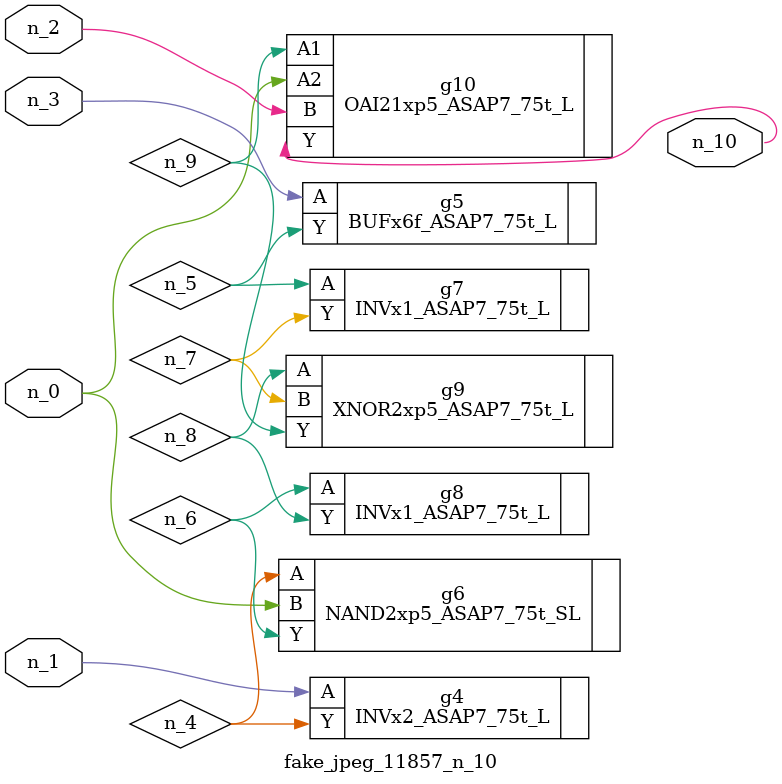
<source format=v>
module fake_jpeg_11857_n_10 (n_0, n_3, n_2, n_1, n_10);

input n_0;
input n_3;
input n_2;
input n_1;

output n_10;

wire n_4;
wire n_8;
wire n_9;
wire n_6;
wire n_5;
wire n_7;

INVx2_ASAP7_75t_L g4 ( 
.A(n_1),
.Y(n_4)
);

BUFx6f_ASAP7_75t_L g5 ( 
.A(n_3),
.Y(n_5)
);

NAND2xp5_ASAP7_75t_SL g6 ( 
.A(n_4),
.B(n_0),
.Y(n_6)
);

INVx1_ASAP7_75t_L g8 ( 
.A(n_6),
.Y(n_8)
);

INVx1_ASAP7_75t_L g7 ( 
.A(n_5),
.Y(n_7)
);

XNOR2xp5_ASAP7_75t_L g9 ( 
.A(n_8),
.B(n_7),
.Y(n_9)
);

OAI21xp5_ASAP7_75t_L g10 ( 
.A1(n_9),
.A2(n_0),
.B(n_2),
.Y(n_10)
);


endmodule
</source>
